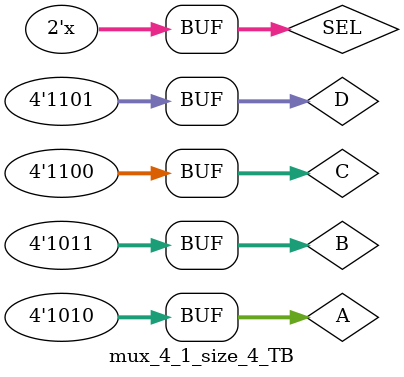
<source format=v>
`timescale 1ns / 1ps


module mux_4_1_size_4_TB();

reg [3:0] A,B,C,D;
reg [1:0] SEL;
wire [3:0] Y;

mux_4_1_size_4 UUT(.A(A),.B(B),.C(C),.D(D),.Y(Y),.SEL(SEL));

initial
    begin
    A = 4'hA; 
    B = 4'hB;
    C = 4'hC;
    D = 4'hD; 
    SEL = 2'b00;
end

always
    begin
        #10 SEL = SEL + 1'b1;
    end
    


endmodule

</source>
